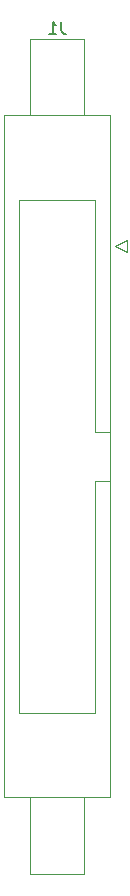
<source format=gbr>
%TF.GenerationSoftware,KiCad,Pcbnew,7.0.5*%
%TF.CreationDate,2023-07-03T18:50:33+02:00*%
%TF.ProjectId,Master_Board,4d617374-6572-45f4-926f-6172642e6b69,rev?*%
%TF.SameCoordinates,Original*%
%TF.FileFunction,Legend,Bot*%
%TF.FilePolarity,Positive*%
%FSLAX46Y46*%
G04 Gerber Fmt 4.6, Leading zero omitted, Abs format (unit mm)*
G04 Created by KiCad (PCBNEW 7.0.5) date 2023-07-03 18:50:33*
%MOMM*%
%LPD*%
G01*
G04 APERTURE LIST*
%ADD10C,0.150000*%
%ADD11C,0.120000*%
G04 APERTURE END LIST*
D10*
%TO.C,J1*%
X94063333Y-55984819D02*
X94063333Y-56699104D01*
X94063333Y-56699104D02*
X94110952Y-56841961D01*
X94110952Y-56841961D02*
X94206190Y-56937200D01*
X94206190Y-56937200D02*
X94349047Y-56984819D01*
X94349047Y-56984819D02*
X94444285Y-56984819D01*
X93063333Y-56984819D02*
X93634761Y-56984819D01*
X93349047Y-56984819D02*
X93349047Y-55984819D01*
X93349047Y-55984819D02*
X93444285Y-56127676D01*
X93444285Y-56127676D02*
X93539523Y-56222914D01*
X93539523Y-56222914D02*
X93634761Y-56270533D01*
D11*
X96040000Y-121640000D02*
X96040000Y-128140000D01*
X98240000Y-121640000D02*
X98240000Y-63920000D01*
X89220000Y-121640000D02*
X98240000Y-121640000D01*
X96930000Y-94830000D02*
X98240000Y-94830000D01*
X99630000Y-74500000D02*
X99630000Y-75500000D01*
X98630000Y-75000000D02*
X99630000Y-74500000D01*
X96930000Y-71080000D02*
X90530000Y-71080000D01*
X99630000Y-75500000D02*
X98630000Y-75000000D01*
X96040000Y-63920000D02*
X96040000Y-57420000D01*
X96930000Y-114480000D02*
X96930000Y-94830000D01*
X91420000Y-57420000D02*
X91420000Y-63920000D01*
X96040000Y-57420000D02*
X91420000Y-57420000D01*
X98240000Y-63920000D02*
X89220000Y-63920000D01*
X98240000Y-90730000D02*
X96930000Y-90730000D01*
X90530000Y-71080000D02*
X90530000Y-114480000D01*
X96930000Y-94830000D02*
X96930000Y-94830000D01*
X96930000Y-90730000D02*
X96930000Y-71080000D01*
X90530000Y-114480000D02*
X96930000Y-114480000D01*
X89220000Y-63920000D02*
X89220000Y-121640000D01*
X96040000Y-128140000D02*
X91420000Y-128140000D01*
X91420000Y-128140000D02*
X91420000Y-121640000D01*
%TD*%
M02*

</source>
